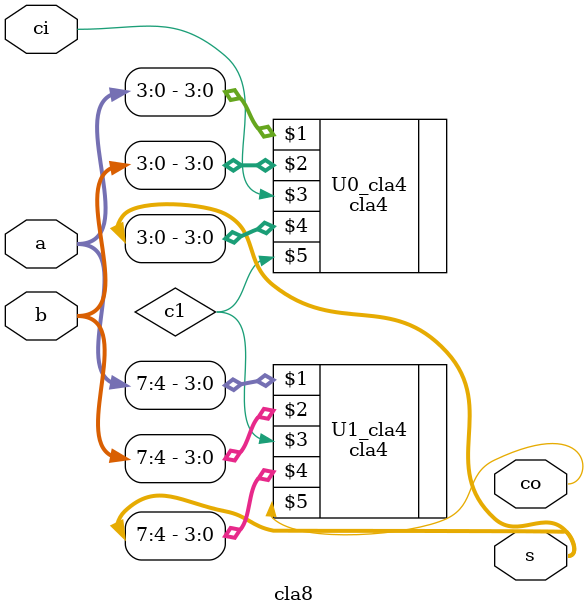
<source format=v>
module cla8(a,b,ci,s,co); //8-bits CLA
	input	 [7:0] a,b;
	input 		 ci;
	output [7:0] s;
	output 		 co;
	
	wire 			 c1;
	
	//instance cla4 & struct 8-bits CLA
	cla4 U0_cla4(a[3:0], b[3:0], ci, s[3:0], c1);
	cla4 U1_cla4(a[7:4], b[7:4], c1, s[7:4], co);
endmodule 
</source>
